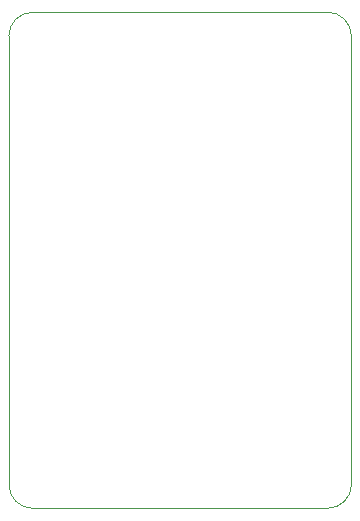
<source format=gbr>
G04 #@! TF.GenerationSoftware,KiCad,Pcbnew,(5.1.2)-2*
G04 #@! TF.CreationDate,2020-04-16T23:41:48+09:00*
G04 #@! TF.ProjectId,17mm ProMicro Cover,31376d6d-2050-4726-9f4d-6963726f2043,rev?*
G04 #@! TF.SameCoordinates,Original*
G04 #@! TF.FileFunction,Profile,NP*
%FSLAX46Y46*%
G04 Gerber Fmt 4.6, Leading zero omitted, Abs format (unit mm)*
G04 Created by KiCad (PCBNEW (5.1.2)-2) date 2020-04-16 23:41:48*
%MOMM*%
%LPD*%
G04 APERTURE LIST*
%ADD10C,0.050000*%
G04 APERTURE END LIST*
D10*
X169000000Y-120000000D02*
G75*
G02X167000000Y-122000000I-2000000J0D01*
G01*
X142000000Y-122000000D02*
G75*
G02X140000000Y-120000000I0J2000000D01*
G01*
X167000000Y-80000000D02*
G75*
G02X169000000Y-82000000I0J-2000000D01*
G01*
X140000000Y-82000000D02*
G75*
G02X142000000Y-80000000I2000000J0D01*
G01*
X140000000Y-120000000D02*
X140000000Y-82000000D01*
X167000000Y-122000000D02*
X142000000Y-122000000D01*
X169000000Y-82000000D02*
X169000000Y-120000000D01*
X142000000Y-80000000D02*
X167000000Y-80000000D01*
M02*

</source>
